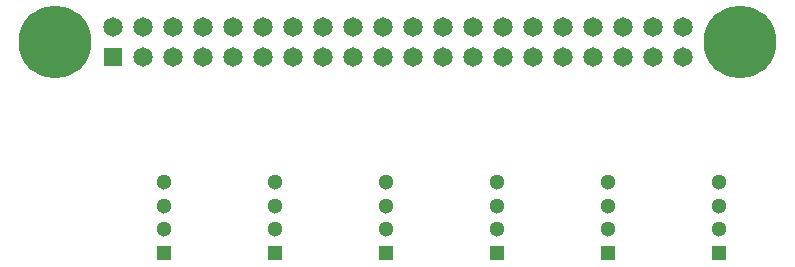
<source format=gbr>
G04*
G04 #@! TF.GenerationSoftware,Altium Limited,Altium Designer,24.8.2 (39)*
G04*
G04 Layer_Color=16711935*
%FSLAX25Y25*%
%MOIN*%
G70*
G04*
G04 #@! TF.SameCoordinates,CBBCE14F-D53E-4E5E-9298-E108D83DD630*
G04*
G04*
G04 #@! TF.FilePolarity,Negative*
G04*
G01*
G75*
%ADD13R,0.06496X0.06496*%
%ADD14C,0.06496*%
%ADD15R,0.05118X0.05118*%
%ADD16C,0.05118*%
%ADD17C,0.24213*%
D13*
X97913Y266653D02*
D03*
D14*
Y276654D02*
D03*
X107913Y266653D02*
D03*
Y276654D02*
D03*
X117913Y266653D02*
D03*
Y276654D02*
D03*
X127913Y266653D02*
D03*
Y276654D02*
D03*
X137913Y266653D02*
D03*
Y276654D02*
D03*
X147913Y266653D02*
D03*
Y276654D02*
D03*
X157913Y266653D02*
D03*
Y276654D02*
D03*
X167913Y266653D02*
D03*
Y276654D02*
D03*
X177913Y266653D02*
D03*
Y276654D02*
D03*
X187913Y266653D02*
D03*
Y276654D02*
D03*
X197913Y266653D02*
D03*
Y276654D02*
D03*
X207913Y266653D02*
D03*
Y276654D02*
D03*
X217913Y266653D02*
D03*
Y276654D02*
D03*
X227913Y266653D02*
D03*
Y276654D02*
D03*
X237913Y266653D02*
D03*
Y276654D02*
D03*
X247913Y266653D02*
D03*
Y276654D02*
D03*
X287913D02*
D03*
Y266653D02*
D03*
X277913Y276654D02*
D03*
Y266653D02*
D03*
X267913Y276654D02*
D03*
Y266653D02*
D03*
X257913Y276654D02*
D03*
Y266653D02*
D03*
D15*
X115000Y201378D02*
D03*
X300000D02*
D03*
X263000D02*
D03*
X226000D02*
D03*
X189000D02*
D03*
X152000D02*
D03*
D16*
X115000Y209252D02*
D03*
Y217126D02*
D03*
Y225000D02*
D03*
X300000D02*
D03*
Y217126D02*
D03*
Y209252D02*
D03*
X263000Y225000D02*
D03*
Y217126D02*
D03*
Y209252D02*
D03*
X226000Y225000D02*
D03*
Y217126D02*
D03*
Y209252D02*
D03*
X189000Y225000D02*
D03*
Y217126D02*
D03*
Y209252D02*
D03*
X152000Y225000D02*
D03*
Y217126D02*
D03*
Y209252D02*
D03*
D17*
X307087Y271654D02*
D03*
X78740D02*
D03*
M02*

</source>
